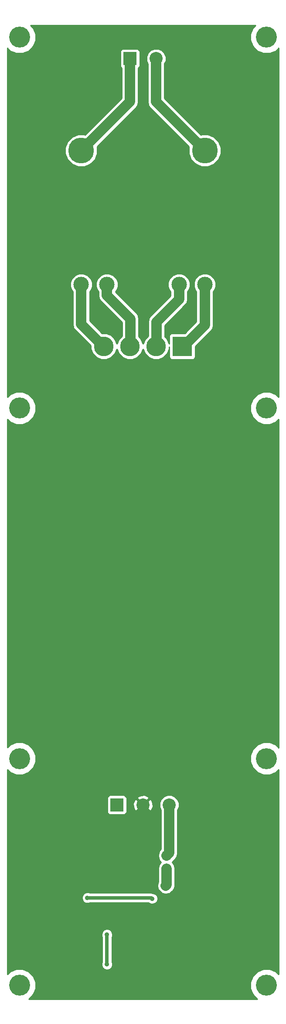
<source format=gbl>
G04 (created by PCBNEW (2013-may-18)-stable) date Sun 26 Oct 2014 10:24:33 PM CET*
%MOIN*%
G04 Gerber Fmt 3.4, Leading zero omitted, Abs format*
%FSLAX34Y34*%
G01*
G70*
G90*
G04 APERTURE LIST*
%ADD10C,0.00590551*%
%ADD11C,0.19685*%
%ADD12C,0.11811*%
%ADD13C,0.15*%
%ADD14R,0.15X0.15*%
%ADD15R,0.1X0.1*%
%ADD16C,0.1*%
%ADD17C,0.16*%
%ADD18R,0.06X0.06*%
%ADD19C,0.06*%
%ADD20C,0.035*%
%ADD21C,0.0787402*%
%ADD22C,0.0251968*%
%ADD23C,0.01*%
G04 APERTURE END LIST*
G54D10*
G54D11*
X39370Y-39370D03*
X48818Y-39370D03*
G54D12*
X39370Y-49606D03*
X41338Y-49606D03*
X48818Y-49606D03*
X46850Y-49606D03*
G54D13*
X45094Y-54330D03*
X43094Y-54330D03*
G54D14*
X47094Y-54330D03*
G54D13*
X41094Y-54330D03*
G54D15*
X42094Y-89370D03*
G54D16*
X44094Y-89370D03*
X46094Y-89370D03*
G54D15*
X43094Y-32350D03*
G54D16*
X45094Y-32350D03*
G54D17*
X34645Y-59055D03*
X53543Y-59055D03*
X34645Y-85826D03*
X53543Y-85826D03*
X53543Y-30708D03*
G54D18*
X45893Y-93240D03*
G54D19*
X45893Y-94240D03*
G54D17*
X34645Y-30708D03*
X34645Y-103149D03*
X53543Y-103149D03*
G54D20*
X42338Y-95338D03*
X39838Y-96464D03*
X44791Y-96523D03*
X45838Y-95531D03*
X41342Y-99275D03*
X41338Y-101551D03*
G54D21*
X44094Y-93582D02*
X42338Y-95338D01*
X44094Y-93582D02*
X44094Y-89370D01*
X43094Y-32350D02*
X43094Y-35645D01*
X43094Y-35645D02*
X39370Y-39370D01*
G54D22*
X44732Y-96464D02*
X39838Y-96464D01*
X44791Y-96523D02*
X44732Y-96464D01*
G54D21*
X45893Y-95476D02*
X45893Y-94240D01*
X45893Y-95476D02*
X45838Y-95531D01*
X46094Y-89370D02*
X46094Y-93039D01*
X46094Y-93039D02*
X45893Y-93240D01*
G54D22*
X41342Y-101547D02*
X41342Y-99275D01*
X41338Y-101551D02*
X41342Y-101547D01*
G54D21*
X48818Y-49606D02*
X48818Y-52704D01*
X48818Y-52704D02*
X47122Y-54401D01*
X41338Y-49606D02*
X41338Y-50440D01*
X43122Y-52224D02*
X43122Y-54401D01*
X41338Y-50440D02*
X43122Y-52224D01*
X46850Y-49606D02*
X46850Y-50728D01*
X45122Y-52456D02*
X45122Y-54401D01*
X46850Y-50728D02*
X45122Y-52456D01*
X39370Y-49606D02*
X39370Y-52649D01*
X39370Y-52649D02*
X41122Y-54401D01*
X45094Y-32350D02*
X45094Y-35645D01*
X45094Y-35645D02*
X48818Y-39370D01*
G54D10*
G36*
X54469Y-102317D02*
X54248Y-102095D01*
X53791Y-101906D01*
X53297Y-101905D01*
X52839Y-102094D01*
X52489Y-102444D01*
X52299Y-102901D01*
X52299Y-103395D01*
X52488Y-103853D01*
X52825Y-104190D01*
X50053Y-104191D01*
X50053Y-39125D01*
X49865Y-38671D01*
X49518Y-38324D01*
X49065Y-38136D01*
X48574Y-38135D01*
X48518Y-38158D01*
X45738Y-35379D01*
X45738Y-32755D01*
X45844Y-32500D01*
X45844Y-32201D01*
X45730Y-31926D01*
X45519Y-31714D01*
X45244Y-31600D01*
X44945Y-31600D01*
X44670Y-31714D01*
X44459Y-31924D01*
X44344Y-32200D01*
X44344Y-32498D01*
X44450Y-32756D01*
X44450Y-35645D01*
X44450Y-35645D01*
X44499Y-35892D01*
X44639Y-36100D01*
X47607Y-39068D01*
X47584Y-39123D01*
X47584Y-39614D01*
X47771Y-40068D01*
X48118Y-40415D01*
X48572Y-40604D01*
X49063Y-40604D01*
X49517Y-40417D01*
X49864Y-40070D01*
X50052Y-39616D01*
X50053Y-39125D01*
X50053Y-104191D01*
X49659Y-104191D01*
X49659Y-49439D01*
X49531Y-49130D01*
X49295Y-48894D01*
X48986Y-48765D01*
X48652Y-48765D01*
X48343Y-48893D01*
X48106Y-49129D01*
X47978Y-49438D01*
X47978Y-49772D01*
X48105Y-50081D01*
X48175Y-50151D01*
X48175Y-52438D01*
X47282Y-53330D01*
X46294Y-53330D01*
X46203Y-53368D01*
X46132Y-53438D01*
X46094Y-53530D01*
X46094Y-53630D01*
X46094Y-54132D01*
X45942Y-53764D01*
X45765Y-53587D01*
X45765Y-52723D01*
X47305Y-51183D01*
X47305Y-51183D01*
X47305Y-51183D01*
X47445Y-50974D01*
X47445Y-50974D01*
X47494Y-50728D01*
X47494Y-50151D01*
X47562Y-50083D01*
X47690Y-49774D01*
X47691Y-49439D01*
X47563Y-49130D01*
X47327Y-48894D01*
X47018Y-48765D01*
X46683Y-48765D01*
X46374Y-48893D01*
X46138Y-49129D01*
X46009Y-49438D01*
X46009Y-49772D01*
X46137Y-50081D01*
X46206Y-50151D01*
X46206Y-50461D01*
X44666Y-52001D01*
X44527Y-52210D01*
X44478Y-52456D01*
X44478Y-52456D01*
X44478Y-53532D01*
X44247Y-53763D01*
X44094Y-54130D01*
X44094Y-54132D01*
X43942Y-53764D01*
X43844Y-53666D01*
X43844Y-32800D01*
X43844Y-31800D01*
X43806Y-31708D01*
X43736Y-31638D01*
X43644Y-31600D01*
X43544Y-31600D01*
X42544Y-31600D01*
X42453Y-31638D01*
X42382Y-31708D01*
X42344Y-31800D01*
X42344Y-31899D01*
X42344Y-32899D01*
X42382Y-32991D01*
X42450Y-33060D01*
X42450Y-35379D01*
X39671Y-38158D01*
X39616Y-38136D01*
X39125Y-38135D01*
X38671Y-38323D01*
X38324Y-38670D01*
X38136Y-39123D01*
X38135Y-39614D01*
X38323Y-40068D01*
X38670Y-40415D01*
X39123Y-40604D01*
X39614Y-40604D01*
X40068Y-40417D01*
X40415Y-40070D01*
X40604Y-39616D01*
X40604Y-39125D01*
X40581Y-39069D01*
X43549Y-36100D01*
X43549Y-36100D01*
X43549Y-36100D01*
X43633Y-35975D01*
X43689Y-35892D01*
X43689Y-35892D01*
X43738Y-35645D01*
X43738Y-33060D01*
X43806Y-32992D01*
X43844Y-32900D01*
X43844Y-32800D01*
X43844Y-53666D01*
X43765Y-53587D01*
X43765Y-52224D01*
X43716Y-51978D01*
X43716Y-51978D01*
X43577Y-51769D01*
X43577Y-51769D01*
X41982Y-50174D01*
X41982Y-50151D01*
X42050Y-50083D01*
X42178Y-49774D01*
X42179Y-49439D01*
X42051Y-49130D01*
X41815Y-48894D01*
X41506Y-48765D01*
X41172Y-48765D01*
X40863Y-48893D01*
X40626Y-49129D01*
X40498Y-49438D01*
X40497Y-49772D01*
X40625Y-50081D01*
X40694Y-50151D01*
X40694Y-50440D01*
X40694Y-50440D01*
X40743Y-50687D01*
X40883Y-50896D01*
X42478Y-52491D01*
X42478Y-53532D01*
X42247Y-53763D01*
X42094Y-54130D01*
X42094Y-54132D01*
X41942Y-53764D01*
X41661Y-53483D01*
X41294Y-53330D01*
X40961Y-53330D01*
X40013Y-52382D01*
X40013Y-50151D01*
X40082Y-50083D01*
X40210Y-49774D01*
X40210Y-49439D01*
X40083Y-49130D01*
X39846Y-48894D01*
X39538Y-48765D01*
X39203Y-48765D01*
X38894Y-48893D01*
X38657Y-49129D01*
X38529Y-49438D01*
X38529Y-49772D01*
X38657Y-50081D01*
X38726Y-50151D01*
X38726Y-52649D01*
X38726Y-52649D01*
X38775Y-52895D01*
X38914Y-53104D01*
X40094Y-54284D01*
X40094Y-54528D01*
X40246Y-54896D01*
X40527Y-55177D01*
X40894Y-55330D01*
X41292Y-55330D01*
X41660Y-55178D01*
X41941Y-54897D01*
X42094Y-54530D01*
X42094Y-54528D01*
X42246Y-54896D01*
X42527Y-55177D01*
X42894Y-55330D01*
X43292Y-55330D01*
X43660Y-55178D01*
X43941Y-54897D01*
X44094Y-54530D01*
X44094Y-54528D01*
X44246Y-54896D01*
X44527Y-55177D01*
X44894Y-55330D01*
X45292Y-55330D01*
X45660Y-55178D01*
X45941Y-54897D01*
X46094Y-54530D01*
X46094Y-54380D01*
X46094Y-55130D01*
X46132Y-55222D01*
X46202Y-55292D01*
X46294Y-55330D01*
X46393Y-55330D01*
X47893Y-55330D01*
X47985Y-55292D01*
X48056Y-55222D01*
X48094Y-55130D01*
X48094Y-55031D01*
X48094Y-54339D01*
X49274Y-53159D01*
X49274Y-53159D01*
X49274Y-53159D01*
X49413Y-52951D01*
X49413Y-52951D01*
X49462Y-52704D01*
X49462Y-50151D01*
X49531Y-50083D01*
X49659Y-49774D01*
X49659Y-49439D01*
X49659Y-104191D01*
X46844Y-104191D01*
X46844Y-89221D01*
X46730Y-88945D01*
X46519Y-88734D01*
X46244Y-88620D01*
X45945Y-88619D01*
X45670Y-88733D01*
X45459Y-88944D01*
X45344Y-89220D01*
X45344Y-89518D01*
X45450Y-89776D01*
X45450Y-92729D01*
X45381Y-92798D01*
X45343Y-92890D01*
X45343Y-92926D01*
X45298Y-92993D01*
X45249Y-93240D01*
X45298Y-93486D01*
X45343Y-93553D01*
X45343Y-93589D01*
X45381Y-93681D01*
X45451Y-93751D01*
X45474Y-93761D01*
X45438Y-93784D01*
X45298Y-93993D01*
X45250Y-94240D01*
X45250Y-95276D01*
X45243Y-95285D01*
X45194Y-95531D01*
X45243Y-95777D01*
X45383Y-95986D01*
X45592Y-96126D01*
X45838Y-96175D01*
X46084Y-96126D01*
X46293Y-95986D01*
X46348Y-95931D01*
X46348Y-95931D01*
X46348Y-95931D01*
X46488Y-95722D01*
X46488Y-95722D01*
X46527Y-95525D01*
X46537Y-95476D01*
X46537Y-95476D01*
X46537Y-95476D01*
X46537Y-94240D01*
X46488Y-93993D01*
X46348Y-93784D01*
X46313Y-93761D01*
X46335Y-93752D01*
X46405Y-93681D01*
X46436Y-93607D01*
X46549Y-93494D01*
X46549Y-93494D01*
X46549Y-93494D01*
X46689Y-93285D01*
X46689Y-93285D01*
X46728Y-93088D01*
X46738Y-93039D01*
X46738Y-93039D01*
X46738Y-93039D01*
X46738Y-89775D01*
X46844Y-89519D01*
X46844Y-89221D01*
X46844Y-104191D01*
X45216Y-104191D01*
X45216Y-96439D01*
X45151Y-96283D01*
X45032Y-96163D01*
X44876Y-96098D01*
X44848Y-96098D01*
X44848Y-89499D01*
X44840Y-89201D01*
X44741Y-88962D01*
X44625Y-88910D01*
X44554Y-88980D01*
X44554Y-88839D01*
X44502Y-88723D01*
X44224Y-88616D01*
X43925Y-88624D01*
X43686Y-88723D01*
X43634Y-88839D01*
X44094Y-89299D01*
X44554Y-88839D01*
X44554Y-88980D01*
X44165Y-89370D01*
X44625Y-89829D01*
X44741Y-89778D01*
X44848Y-89499D01*
X44848Y-96098D01*
X44782Y-96098D01*
X44782Y-96098D01*
X44732Y-96088D01*
X44554Y-96088D01*
X44554Y-89900D01*
X44094Y-89440D01*
X44023Y-89511D01*
X44023Y-89370D01*
X43563Y-88910D01*
X43447Y-88962D01*
X43340Y-89240D01*
X43348Y-89538D01*
X43447Y-89778D01*
X43563Y-89829D01*
X44023Y-89370D01*
X44023Y-89511D01*
X43634Y-89900D01*
X43686Y-90016D01*
X43964Y-90123D01*
X44263Y-90115D01*
X44502Y-90016D01*
X44554Y-89900D01*
X44554Y-96088D01*
X42844Y-96088D01*
X42844Y-89820D01*
X42844Y-88820D01*
X42806Y-88728D01*
X42736Y-88658D01*
X42644Y-88620D01*
X42544Y-88620D01*
X41544Y-88620D01*
X41453Y-88658D01*
X41382Y-88728D01*
X41344Y-88820D01*
X41344Y-88919D01*
X41344Y-89919D01*
X41382Y-90011D01*
X41452Y-90081D01*
X41544Y-90120D01*
X41643Y-90120D01*
X42643Y-90120D01*
X42735Y-90082D01*
X42806Y-90011D01*
X42844Y-89920D01*
X42844Y-89820D01*
X42844Y-96088D01*
X40041Y-96088D01*
X39923Y-96039D01*
X39754Y-96039D01*
X39598Y-96104D01*
X39478Y-96223D01*
X39413Y-96379D01*
X39413Y-96548D01*
X39478Y-96704D01*
X39597Y-96824D01*
X39753Y-96889D01*
X39922Y-96889D01*
X40041Y-96840D01*
X44507Y-96840D01*
X44550Y-96883D01*
X44706Y-96948D01*
X44875Y-96948D01*
X45031Y-96884D01*
X45151Y-96764D01*
X45216Y-96608D01*
X45216Y-96439D01*
X45216Y-104191D01*
X41767Y-104192D01*
X41767Y-99191D01*
X41703Y-99035D01*
X41583Y-98915D01*
X41427Y-98850D01*
X41258Y-98850D01*
X41102Y-98915D01*
X40982Y-99034D01*
X40917Y-99190D01*
X40917Y-99359D01*
X40966Y-99478D01*
X40966Y-101338D01*
X40913Y-101466D01*
X40913Y-101635D01*
X40978Y-101791D01*
X41097Y-101911D01*
X41253Y-101976D01*
X41422Y-101976D01*
X41579Y-101911D01*
X41698Y-101792D01*
X41763Y-101636D01*
X41763Y-101467D01*
X41718Y-101357D01*
X41718Y-99478D01*
X41767Y-99360D01*
X41767Y-99191D01*
X41767Y-104192D01*
X35360Y-104193D01*
X35699Y-103855D01*
X35889Y-103398D01*
X35889Y-102903D01*
X35700Y-102446D01*
X35351Y-102095D01*
X34894Y-101906D01*
X34399Y-101905D01*
X33942Y-102094D01*
X33731Y-102305D01*
X33731Y-86671D01*
X33940Y-86880D01*
X34397Y-87070D01*
X34891Y-87070D01*
X35349Y-86881D01*
X35699Y-86532D01*
X35889Y-86075D01*
X35889Y-85580D01*
X35700Y-85123D01*
X35351Y-84773D01*
X34894Y-84583D01*
X34399Y-84582D01*
X33942Y-84771D01*
X33731Y-84982D01*
X33731Y-59899D01*
X33940Y-60108D01*
X34397Y-60298D01*
X34891Y-60299D01*
X35349Y-60110D01*
X35699Y-59760D01*
X35889Y-59303D01*
X35889Y-58808D01*
X35700Y-58351D01*
X35351Y-58001D01*
X34894Y-57811D01*
X34399Y-57811D01*
X33942Y-58000D01*
X33731Y-58210D01*
X33731Y-31552D01*
X33940Y-31762D01*
X34397Y-31952D01*
X34891Y-31952D01*
X35349Y-31763D01*
X35699Y-31414D01*
X35889Y-30957D01*
X35889Y-30462D01*
X35700Y-30005D01*
X35496Y-29800D01*
X52701Y-29791D01*
X52489Y-30003D01*
X52299Y-30460D01*
X52299Y-30954D01*
X52488Y-31412D01*
X52837Y-31762D01*
X53294Y-31952D01*
X53789Y-31952D01*
X54246Y-31763D01*
X54462Y-31548D01*
X54464Y-58217D01*
X54248Y-58001D01*
X53791Y-57811D01*
X53297Y-57811D01*
X52839Y-58000D01*
X52489Y-58349D01*
X52299Y-58806D01*
X52299Y-59301D01*
X52488Y-59758D01*
X52837Y-60108D01*
X53294Y-60298D01*
X53789Y-60299D01*
X54246Y-60110D01*
X54464Y-59892D01*
X54467Y-84992D01*
X54248Y-84773D01*
X53791Y-84583D01*
X53297Y-84582D01*
X52839Y-84771D01*
X52489Y-85121D01*
X52299Y-85578D01*
X52299Y-86073D01*
X52488Y-86530D01*
X52837Y-86880D01*
X53294Y-87070D01*
X53789Y-87070D01*
X54246Y-86881D01*
X54467Y-86661D01*
X54469Y-102317D01*
X54469Y-102317D01*
G37*
G54D23*
X54469Y-102317D02*
X54248Y-102095D01*
X53791Y-101906D01*
X53297Y-101905D01*
X52839Y-102094D01*
X52489Y-102444D01*
X52299Y-102901D01*
X52299Y-103395D01*
X52488Y-103853D01*
X52825Y-104190D01*
X50053Y-104191D01*
X50053Y-39125D01*
X49865Y-38671D01*
X49518Y-38324D01*
X49065Y-38136D01*
X48574Y-38135D01*
X48518Y-38158D01*
X45738Y-35379D01*
X45738Y-32755D01*
X45844Y-32500D01*
X45844Y-32201D01*
X45730Y-31926D01*
X45519Y-31714D01*
X45244Y-31600D01*
X44945Y-31600D01*
X44670Y-31714D01*
X44459Y-31924D01*
X44344Y-32200D01*
X44344Y-32498D01*
X44450Y-32756D01*
X44450Y-35645D01*
X44450Y-35645D01*
X44499Y-35892D01*
X44639Y-36100D01*
X47607Y-39068D01*
X47584Y-39123D01*
X47584Y-39614D01*
X47771Y-40068D01*
X48118Y-40415D01*
X48572Y-40604D01*
X49063Y-40604D01*
X49517Y-40417D01*
X49864Y-40070D01*
X50052Y-39616D01*
X50053Y-39125D01*
X50053Y-104191D01*
X49659Y-104191D01*
X49659Y-49439D01*
X49531Y-49130D01*
X49295Y-48894D01*
X48986Y-48765D01*
X48652Y-48765D01*
X48343Y-48893D01*
X48106Y-49129D01*
X47978Y-49438D01*
X47978Y-49772D01*
X48105Y-50081D01*
X48175Y-50151D01*
X48175Y-52438D01*
X47282Y-53330D01*
X46294Y-53330D01*
X46203Y-53368D01*
X46132Y-53438D01*
X46094Y-53530D01*
X46094Y-53630D01*
X46094Y-54132D01*
X45942Y-53764D01*
X45765Y-53587D01*
X45765Y-52723D01*
X47305Y-51183D01*
X47305Y-51183D01*
X47305Y-51183D01*
X47445Y-50974D01*
X47445Y-50974D01*
X47494Y-50728D01*
X47494Y-50151D01*
X47562Y-50083D01*
X47690Y-49774D01*
X47691Y-49439D01*
X47563Y-49130D01*
X47327Y-48894D01*
X47018Y-48765D01*
X46683Y-48765D01*
X46374Y-48893D01*
X46138Y-49129D01*
X46009Y-49438D01*
X46009Y-49772D01*
X46137Y-50081D01*
X46206Y-50151D01*
X46206Y-50461D01*
X44666Y-52001D01*
X44527Y-52210D01*
X44478Y-52456D01*
X44478Y-52456D01*
X44478Y-53532D01*
X44247Y-53763D01*
X44094Y-54130D01*
X44094Y-54132D01*
X43942Y-53764D01*
X43844Y-53666D01*
X43844Y-32800D01*
X43844Y-31800D01*
X43806Y-31708D01*
X43736Y-31638D01*
X43644Y-31600D01*
X43544Y-31600D01*
X42544Y-31600D01*
X42453Y-31638D01*
X42382Y-31708D01*
X42344Y-31800D01*
X42344Y-31899D01*
X42344Y-32899D01*
X42382Y-32991D01*
X42450Y-33060D01*
X42450Y-35379D01*
X39671Y-38158D01*
X39616Y-38136D01*
X39125Y-38135D01*
X38671Y-38323D01*
X38324Y-38670D01*
X38136Y-39123D01*
X38135Y-39614D01*
X38323Y-40068D01*
X38670Y-40415D01*
X39123Y-40604D01*
X39614Y-40604D01*
X40068Y-40417D01*
X40415Y-40070D01*
X40604Y-39616D01*
X40604Y-39125D01*
X40581Y-39069D01*
X43549Y-36100D01*
X43549Y-36100D01*
X43549Y-36100D01*
X43633Y-35975D01*
X43689Y-35892D01*
X43689Y-35892D01*
X43738Y-35645D01*
X43738Y-33060D01*
X43806Y-32992D01*
X43844Y-32900D01*
X43844Y-32800D01*
X43844Y-53666D01*
X43765Y-53587D01*
X43765Y-52224D01*
X43716Y-51978D01*
X43716Y-51978D01*
X43577Y-51769D01*
X43577Y-51769D01*
X41982Y-50174D01*
X41982Y-50151D01*
X42050Y-50083D01*
X42178Y-49774D01*
X42179Y-49439D01*
X42051Y-49130D01*
X41815Y-48894D01*
X41506Y-48765D01*
X41172Y-48765D01*
X40863Y-48893D01*
X40626Y-49129D01*
X40498Y-49438D01*
X40497Y-49772D01*
X40625Y-50081D01*
X40694Y-50151D01*
X40694Y-50440D01*
X40694Y-50440D01*
X40743Y-50687D01*
X40883Y-50896D01*
X42478Y-52491D01*
X42478Y-53532D01*
X42247Y-53763D01*
X42094Y-54130D01*
X42094Y-54132D01*
X41942Y-53764D01*
X41661Y-53483D01*
X41294Y-53330D01*
X40961Y-53330D01*
X40013Y-52382D01*
X40013Y-50151D01*
X40082Y-50083D01*
X40210Y-49774D01*
X40210Y-49439D01*
X40083Y-49130D01*
X39846Y-48894D01*
X39538Y-48765D01*
X39203Y-48765D01*
X38894Y-48893D01*
X38657Y-49129D01*
X38529Y-49438D01*
X38529Y-49772D01*
X38657Y-50081D01*
X38726Y-50151D01*
X38726Y-52649D01*
X38726Y-52649D01*
X38775Y-52895D01*
X38914Y-53104D01*
X40094Y-54284D01*
X40094Y-54528D01*
X40246Y-54896D01*
X40527Y-55177D01*
X40894Y-55330D01*
X41292Y-55330D01*
X41660Y-55178D01*
X41941Y-54897D01*
X42094Y-54530D01*
X42094Y-54528D01*
X42246Y-54896D01*
X42527Y-55177D01*
X42894Y-55330D01*
X43292Y-55330D01*
X43660Y-55178D01*
X43941Y-54897D01*
X44094Y-54530D01*
X44094Y-54528D01*
X44246Y-54896D01*
X44527Y-55177D01*
X44894Y-55330D01*
X45292Y-55330D01*
X45660Y-55178D01*
X45941Y-54897D01*
X46094Y-54530D01*
X46094Y-54380D01*
X46094Y-55130D01*
X46132Y-55222D01*
X46202Y-55292D01*
X46294Y-55330D01*
X46393Y-55330D01*
X47893Y-55330D01*
X47985Y-55292D01*
X48056Y-55222D01*
X48094Y-55130D01*
X48094Y-55031D01*
X48094Y-54339D01*
X49274Y-53159D01*
X49274Y-53159D01*
X49274Y-53159D01*
X49413Y-52951D01*
X49413Y-52951D01*
X49462Y-52704D01*
X49462Y-50151D01*
X49531Y-50083D01*
X49659Y-49774D01*
X49659Y-49439D01*
X49659Y-104191D01*
X46844Y-104191D01*
X46844Y-89221D01*
X46730Y-88945D01*
X46519Y-88734D01*
X46244Y-88620D01*
X45945Y-88619D01*
X45670Y-88733D01*
X45459Y-88944D01*
X45344Y-89220D01*
X45344Y-89518D01*
X45450Y-89776D01*
X45450Y-92729D01*
X45381Y-92798D01*
X45343Y-92890D01*
X45343Y-92926D01*
X45298Y-92993D01*
X45249Y-93240D01*
X45298Y-93486D01*
X45343Y-93553D01*
X45343Y-93589D01*
X45381Y-93681D01*
X45451Y-93751D01*
X45474Y-93761D01*
X45438Y-93784D01*
X45298Y-93993D01*
X45250Y-94240D01*
X45250Y-95276D01*
X45243Y-95285D01*
X45194Y-95531D01*
X45243Y-95777D01*
X45383Y-95986D01*
X45592Y-96126D01*
X45838Y-96175D01*
X46084Y-96126D01*
X46293Y-95986D01*
X46348Y-95931D01*
X46348Y-95931D01*
X46348Y-95931D01*
X46488Y-95722D01*
X46488Y-95722D01*
X46527Y-95525D01*
X46537Y-95476D01*
X46537Y-95476D01*
X46537Y-95476D01*
X46537Y-94240D01*
X46488Y-93993D01*
X46348Y-93784D01*
X46313Y-93761D01*
X46335Y-93752D01*
X46405Y-93681D01*
X46436Y-93607D01*
X46549Y-93494D01*
X46549Y-93494D01*
X46549Y-93494D01*
X46689Y-93285D01*
X46689Y-93285D01*
X46728Y-93088D01*
X46738Y-93039D01*
X46738Y-93039D01*
X46738Y-93039D01*
X46738Y-89775D01*
X46844Y-89519D01*
X46844Y-89221D01*
X46844Y-104191D01*
X45216Y-104191D01*
X45216Y-96439D01*
X45151Y-96283D01*
X45032Y-96163D01*
X44876Y-96098D01*
X44848Y-96098D01*
X44848Y-89499D01*
X44840Y-89201D01*
X44741Y-88962D01*
X44625Y-88910D01*
X44554Y-88980D01*
X44554Y-88839D01*
X44502Y-88723D01*
X44224Y-88616D01*
X43925Y-88624D01*
X43686Y-88723D01*
X43634Y-88839D01*
X44094Y-89299D01*
X44554Y-88839D01*
X44554Y-88980D01*
X44165Y-89370D01*
X44625Y-89829D01*
X44741Y-89778D01*
X44848Y-89499D01*
X44848Y-96098D01*
X44782Y-96098D01*
X44782Y-96098D01*
X44732Y-96088D01*
X44554Y-96088D01*
X44554Y-89900D01*
X44094Y-89440D01*
X44023Y-89511D01*
X44023Y-89370D01*
X43563Y-88910D01*
X43447Y-88962D01*
X43340Y-89240D01*
X43348Y-89538D01*
X43447Y-89778D01*
X43563Y-89829D01*
X44023Y-89370D01*
X44023Y-89511D01*
X43634Y-89900D01*
X43686Y-90016D01*
X43964Y-90123D01*
X44263Y-90115D01*
X44502Y-90016D01*
X44554Y-89900D01*
X44554Y-96088D01*
X42844Y-96088D01*
X42844Y-89820D01*
X42844Y-88820D01*
X42806Y-88728D01*
X42736Y-88658D01*
X42644Y-88620D01*
X42544Y-88620D01*
X41544Y-88620D01*
X41453Y-88658D01*
X41382Y-88728D01*
X41344Y-88820D01*
X41344Y-88919D01*
X41344Y-89919D01*
X41382Y-90011D01*
X41452Y-90081D01*
X41544Y-90120D01*
X41643Y-90120D01*
X42643Y-90120D01*
X42735Y-90082D01*
X42806Y-90011D01*
X42844Y-89920D01*
X42844Y-89820D01*
X42844Y-96088D01*
X40041Y-96088D01*
X39923Y-96039D01*
X39754Y-96039D01*
X39598Y-96104D01*
X39478Y-96223D01*
X39413Y-96379D01*
X39413Y-96548D01*
X39478Y-96704D01*
X39597Y-96824D01*
X39753Y-96889D01*
X39922Y-96889D01*
X40041Y-96840D01*
X44507Y-96840D01*
X44550Y-96883D01*
X44706Y-96948D01*
X44875Y-96948D01*
X45031Y-96884D01*
X45151Y-96764D01*
X45216Y-96608D01*
X45216Y-96439D01*
X45216Y-104191D01*
X41767Y-104192D01*
X41767Y-99191D01*
X41703Y-99035D01*
X41583Y-98915D01*
X41427Y-98850D01*
X41258Y-98850D01*
X41102Y-98915D01*
X40982Y-99034D01*
X40917Y-99190D01*
X40917Y-99359D01*
X40966Y-99478D01*
X40966Y-101338D01*
X40913Y-101466D01*
X40913Y-101635D01*
X40978Y-101791D01*
X41097Y-101911D01*
X41253Y-101976D01*
X41422Y-101976D01*
X41579Y-101911D01*
X41698Y-101792D01*
X41763Y-101636D01*
X41763Y-101467D01*
X41718Y-101357D01*
X41718Y-99478D01*
X41767Y-99360D01*
X41767Y-99191D01*
X41767Y-104192D01*
X35360Y-104193D01*
X35699Y-103855D01*
X35889Y-103398D01*
X35889Y-102903D01*
X35700Y-102446D01*
X35351Y-102095D01*
X34894Y-101906D01*
X34399Y-101905D01*
X33942Y-102094D01*
X33731Y-102305D01*
X33731Y-86671D01*
X33940Y-86880D01*
X34397Y-87070D01*
X34891Y-87070D01*
X35349Y-86881D01*
X35699Y-86532D01*
X35889Y-86075D01*
X35889Y-85580D01*
X35700Y-85123D01*
X35351Y-84773D01*
X34894Y-84583D01*
X34399Y-84582D01*
X33942Y-84771D01*
X33731Y-84982D01*
X33731Y-59899D01*
X33940Y-60108D01*
X34397Y-60298D01*
X34891Y-60299D01*
X35349Y-60110D01*
X35699Y-59760D01*
X35889Y-59303D01*
X35889Y-58808D01*
X35700Y-58351D01*
X35351Y-58001D01*
X34894Y-57811D01*
X34399Y-57811D01*
X33942Y-58000D01*
X33731Y-58210D01*
X33731Y-31552D01*
X33940Y-31762D01*
X34397Y-31952D01*
X34891Y-31952D01*
X35349Y-31763D01*
X35699Y-31414D01*
X35889Y-30957D01*
X35889Y-30462D01*
X35700Y-30005D01*
X35496Y-29800D01*
X52701Y-29791D01*
X52489Y-30003D01*
X52299Y-30460D01*
X52299Y-30954D01*
X52488Y-31412D01*
X52837Y-31762D01*
X53294Y-31952D01*
X53789Y-31952D01*
X54246Y-31763D01*
X54462Y-31548D01*
X54464Y-58217D01*
X54248Y-58001D01*
X53791Y-57811D01*
X53297Y-57811D01*
X52839Y-58000D01*
X52489Y-58349D01*
X52299Y-58806D01*
X52299Y-59301D01*
X52488Y-59758D01*
X52837Y-60108D01*
X53294Y-60298D01*
X53789Y-60299D01*
X54246Y-60110D01*
X54464Y-59892D01*
X54467Y-84992D01*
X54248Y-84773D01*
X53791Y-84583D01*
X53297Y-84582D01*
X52839Y-84771D01*
X52489Y-85121D01*
X52299Y-85578D01*
X52299Y-86073D01*
X52488Y-86530D01*
X52837Y-86880D01*
X53294Y-87070D01*
X53789Y-87070D01*
X54246Y-86881D01*
X54467Y-86661D01*
X54469Y-102317D01*
M02*

</source>
